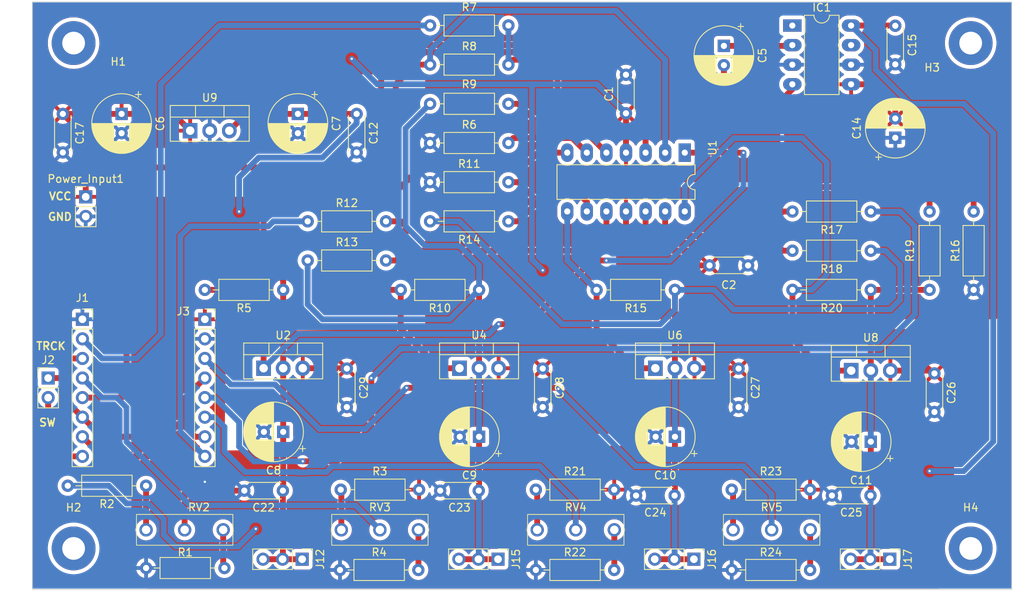
<source format=kicad_pcb>
(kicad_pcb (version 20241229) (generator "pcbnew") (generator_version "9.0")
  (layers (0 "F.Cu" signal) (2 "B.Cu" signal) (13 "F.Paste" user) (15 "B.Paste" user) (5 "F.SilkS" user "F.Silkscreen") (7 "B.SilkS" user "B.Silkscreen") (1 "F.Mask" user) (3 "B.Mask" user) (25 "Edge.Cuts" user))
  (net 0 "")
  (net 1 "GND")
  (net 2 "VCC")
  (net 3 "VEE")
  (net 4 "+5V")
  (net 5 "Net-(IC1-C-)")
  (net 6 "Net-(IC1-C+)")
  (net 7 "/reg 1/V_out1")
  (net 8 "/reg 2/V_out2")
  (net 9 "/reg 3/V_out3")
  (net 10 "/reg 4/V_out4")
  (net 17 "/SurfBoard/S1B")
  (net 18 "/SurfBoard/S2A")
  (net 19 "Net-(U2-ADJ)")
  (net 20 "V_Set_2")
  (net 21 "Net-(U4-ADJ)")
  (net 22 "V_Set_3")
  (net 23 "Net-(U6-ADJ)")
  (net 24 "V_Set_4")
  (net 25 "Net-(U8-ADJ)")
  (net 26 "/SurfBoard/S1A")
  (net 27 "/SurfBoard/SEL")
  (net 28 "/SurfBoard/S4A")
  (net 29 "/SurfBoard/S3A")
  (net 30 "V_Set_1")
  (net 31 "Net-(U1B--)")
  (net 32 "Net-(U1B-+)")
  (net 33 "Net-(U1C--)")
  (net 34 "Net-(U1C-+)")
  (net 35 "Net-(U1D--)")
  (net 36 "Net-(U1D-+)")
  (net 37 "Net-(R1-Pad1)")
  (net 38 "Net-(R2-Pad1)")
  (net 39 "Net-(R3-Pad1)")
  (net 40 "Net-(R4-Pad1)")
  (net 41 "Net-(R21-Pad1)")
  (net 42 "Net-(R22-Pad1)")
  (net 43 "Net-(R23-Pad1)")
  (net 44 "Net-(R24-Pad1)")
  (footprint "Capacitor_THT:CP_Radial_D7.5mm_P2.50mm" (layer "F.Cu") (at 175.26 118.11 180)
    (property "Reference" "C10")
    (property "Value" "100uF")
  )
  (footprint "Resistor_THT:R_Axial_DIN0207_L6.3mm_D2.5mm_P10.16mm_Horizontal" (layer "F.Cu") (at 106.68 124.46 180)
    (property "Reference" "R2")
    (property "Value" "R_US")
  )
  (footprint "Package_TO_SOT_THT:TO-220-3_Vertical" (layer "F.Cu") (at 172.72 109.22)
    (property "Reference" "U6")
    (property "Value" "LM317_TO-220")
  )
  (footprint "Connector_PinSocket_2.54mm:PinSocket_1x08_P2.54mm_Vertical" (layer "F.Cu") (at 114.3 102.87)
    (property "Reference" "J3")
    (property "Value" "Conn_01x08")
  )
  (footprint "Resistor_THT:R_Axial_DIN0207_L6.3mm_D2.5mm_P10.16mm_Horizontal" (layer "F.Cu") (at 143.51 85.09)
    (property "Reference" "R11")
    (property "Value" "100k")
  )
  (footprint "Capacitor_THT:CP_Radial_D7.5mm_P2.50mm" (layer "F.Cu") (at 126.365 76.24 -90)
    (property "Reference" "C7")
    (property "Value" "100uF")
  )
  (footprint "Capacitor_THT:C_Disc_D4.3mm_W1.9mm_P5.00mm" (layer "F.Cu") (at 149.82 125.095 180)
    (property "Reference" "C23")
    (property "Value" "100nF")
  )
  (footprint "Capacitor_THT:C_Disc_D4.3mm_W1.9mm_P5.00mm" (layer "F.Cu") (at 158.115 109.26 -90)
    (property "Reference" "C28")
    (property "Value" "100nF")
  )
  (footprint "Connector_PinHeader_2.54mm:PinHeader_1x03_P2.54mm_Vertical" (layer "F.Cu") (at 177.72 133.985 -90)
    (property "Reference" "J16")
    (property "Value" "V_Out3")
  )
  (footprint "battery_emulator:PDB181" (layer "F.Cu") (at 137 130.175)
    (property "Reference" "RV3")
    (property "Value" "10k")
  )
  (footprint "Capacitor_THT:C_Disc_D4.3mm_W1.9mm_P5.00mm" (layer "F.Cu") (at 200.62 125.73 180)
    (property "Reference" "C25")
    (property "Value" "100nF")
  )
  (footprint "MountingHole:MountingHole_4.3mm_M4_Pad" (layer "F.Cu") (at 97.282 132.588)
    (property "Reference" "H2")
    (property "Value" "MountingHole_Pad")
  )
  (footprint "MountingHole:MountingHole_4.3mm_M4_Pad" (layer "F.Cu") (at 213.614 67.056)
    (property "Reference" "H3")
    (property "Value" "MountingHole_Pad")
  )
  (footprint "Package_TO_SOT_THT:TO-220-3_Vertical" (layer "F.Cu") (at 112.395 78.415)
    (property "Reference" "U9")
    (property "Value" "L7805")
  )
  (footprint "Resistor_THT:R_Axial_DIN0207_L6.3mm_D2.5mm_P10.16mm_Horizontal" (layer "F.Cu") (at 141.986 135.382 180)
    (property "Reference" "R4")
    (property "Value" "R_US")
  )
  (footprint "Resistor_THT:R_Axial_DIN0207_L6.3mm_D2.5mm_P10.16mm_Horizontal" (layer "F.Cu") (at 149.86 99.06 180)
    (property "Reference" "R10")
    (property "Value" "120R")
  )
  (footprint "Resistor_THT:R_Axial_DIN0207_L6.3mm_D2.5mm_P10.16mm_Horizontal" (layer "F.Cu") (at 143.51 80.01)
    (property "Reference" "R6")
    (property "Value" "100k")
  )
  (footprint "Capacitor_THT:CP_Radial_D7.5mm_P2.50mm" (layer "F.Cu") (at 200.66 118.745 180)
    (property "Reference" "C11")
    (property "Value" "100uF")
  )
  (footprint "Capacitor_THT:C_Disc_D4.3mm_W1.9mm_P5.00mm" (layer "F.Cu") (at 175.22 125.73 180)
    (property "Reference" "C24")
    (property "Value" "100nF")
  )
  (footprint "Capacitor_THT:CP_Radial_D7.5mm_P2.50mm" (layer "F.Cu") (at 124.46 117.475 180)
    (property "Reference" "C8")
    (property "Value" "100uF")
  )
  (footprint "Capacitor_THT:C_Disc_D4.3mm_W1.9mm_P5.00mm" (layer "F.Cu") (at 95.885 76.24 -90)
    (property "Reference" "C17")
    (property "Value" "100nF")
  )
  (footprint "Capacitor_THT:C_Disc_D4.3mm_W1.9mm_P5.00mm" (layer "F.Cu") (at 203.835 64.81 -90)
    (property "Reference" "C15")
    (property "Value" "100nF")
  )
  (footprint "Resistor_THT:R_Axial_DIN0207_L6.3mm_D2.5mm_P10.16mm_Horizontal" (layer "F.Cu") (at 157.226 124.968)
    (property "Reference" "R21")
    (property "Value" "R_US")
  )
  (footprint "Capacitor_THT:CP_Radial_D7.5mm_P2.50mm" (layer "F.Cu") (at 103.505 76.24 -90)
    (property "Reference" "C6")
    (property "Value" "100uF")
  )
  (footprint "Capacitor_THT:C_Disc_D4.3mm_W1.9mm_P5.00mm" (layer "F.Cu") (at 208.915 109.895 -90)
    (property "Reference" "C26")
    (property "Value" "100nF")
  )
  (footprint "Capacitor_THT:CP_Radial_D7.5mm_P2.50mm" (layer "F.Cu") (at 203.835 79.335 90)
    (property "Reference" "C14")
    (property "Value" "100uF")
  )
  (footprint "Package_TO_SOT_THT:TO-220-3_Vertical" (layer "F.Cu") (at 198.12 109.53)
    (property "Reference" "U8")
    (property "Value" "LM317_TO-220")
  )
  (footprint "Capacitor_THT:CP_Radial_D7.5mm_P2.50mm" (layer "F.Cu") (at 149.86 118.11 180)
    (property "Reference" "C9")
    (property "Value" "100uF")
  )
  (footprint "battery_emulator:PDB181" (layer "F.Cu") (at 162.4 130.175)
    (property "Reference" "RV4")
    (property "Value" "10k")
  )
  (footprint "MountingHole:MountingHole_4.3mm_M4_Pad" (layer "F.Cu") (at 213.614 132.588)
    (property "Reference" "H4")
    (property "Value" "MountingHole_Pad")
  )
  (footprint "Capacitor_THT:C_Disc_D4.3mm_W1.9mm_P5.00mm" (layer "F.Cu") (at 183.515 109.26 -90)
    (property "Reference" "C27")
    (property "Value" "100nF")
  )
  (footprint "Resistor_THT:R_Axial_DIN0207_L6.3mm_D2.5mm_P10.16mm_Horizontal" (layer "F.Cu") (at 131.92 124.968)
    (property "Reference" "R3")
    (property "Value" "R_US")
  )
  (footprint "Connector_PinHeader_2.54mm:PinHeader_1x03_P2.54mm_Vertical" (layer "F.Cu") (at 152.32 133.985 -90)
    (property "Reference" "J15")
    (property "Value" "V_Out2")
  )
  (footprint "Resistor_THT:R_Axial_DIN0207_L6.3mm_D2.5mm_P10.16mm_Horizontal" (layer "F.Cu") (at 213.995 99.06 90)
    (property "Reference" "R16")
    (property "Value" "100k")
  )
  (footprint "Package_TO_SOT_THT:TO-220-3_Vertical" (layer "F.Cu") (at 147.32 109.22)
    (property "Reference" "U4")
    (property "Value" "LM317_TO-220")
  )
  (footprint "Connector_PinHeader_2.54mm:PinHeader_1x02_P2.54mm_Vertical" (layer "F.Cu") (at 98.853 86.995)
    (property "Reference" "Power_Input1")
    (property "Value" "Conn_01x02_Pin")
  )
  (footprint "battery_emulator:PDB181" (layer "F.Cu") (at 187.8 130.175)
    (property "Reference" "RV5")
    (property "Value" "10k")
  )
  (footprint "Resistor_THT:R_Axial_DIN0207_L6.3mm_D2.5mm_P10.16mm_Horizontal" (layer "F.Cu") (at 200.66 99.06 180)
    (property "Reference" "R20")
    (property "Value" "120R")
  )
  (footprint "Capacitor_THT:C_Disc_D4.3mm_W1.9mm_P5.00mm" (layer "F.Cu") (at 124.42 125.095 180)
    (property "Reference" "C22")
    (property "Value" "100nF")
  )
  (footprint "Connector_PinHeader_2.54mm:PinHeader_1x02_P2.54mm_Vertical" (layer "F.Cu") (at 93.98 110.49)
    (property "Reference" "J2")
    (property "Value" "Conn_01x02_Pin")
  )
  (footprint "Package_DIP:DIP-8_W7.62mm_LongPads" (layer "F.Cu") (at 190.485 64.78)
    (property "Reference" "IC1")
    (property "Value" "MAX660CPA")
  )
  (footprint "Connector_PinHeader_2.54mm:PinHeader_1x03_P2.54mm_Vertical" (layer "F.Cu") (at 203.12 133.985 -90)
    (property "Reference" "J17")
    (property "Value" "V_Out4")
  )
  (footprint "MountingHole:MountingHole_4.3mm_M4_Pad" (layer "F.Cu") (at 97.282 67.056)
    (property "Reference" "H1")
    (property "Value" "MountingHole_Pad")
  )
  (footprint "Capacitor_THT:C_Disc_D4.3mm_W1.9mm_P5.00mm" (layer "F.Cu") (at 179.745 95.885)
    (property "Reference" "C2")
    (property "Value" "100nF")
  )
  (footprint "Connector_PinSocket_2.54mm:PinSocket_1x08_P2.54mm_Vertical" (layer "F.Cu") (at 98.425 102.87)
    (property "Reference" "J1")
    (property "Value" "Conn_01x08")
  )
  (footprint "Capacitor_THT:C_Disc_D4.3mm_W1.9mm_P5.00mm" (layer "F.Cu") (at 168.91 76.16 90)
    (property "Reference" "C1")
    (property "Value" "100nF")
  )
  (footprint "Connector_PinHeader_2.54mm:PinHeader_1x03_P2.54mm_Vertical" (layer "F.Cu") (at 126.92 133.985 -90)
    (property "Reference" "J12")
    (property "Value" "V_Out1")
  )
  (footprint "Resistor_THT:R_Axial_DIN0207_L6.3mm_D2.5mm_P10.16mm_Horizontal" (layer "F.Cu") (at 153.67 74.93 180)
    (property "Reference" "R9")
    (property "Value" "100k")
  )
  (footprint "Capacitor_THT:C_Disc_D4.3mm_W1.9mm_P5.00mm" (layer "F.Cu") (at 133.985 76.24 -90)
    (property "Reference" "C12")
    (property "Value" "100nF")
  )
  (footprint "Resistor_THT:R_Axial_DIN0207_L6.3mm_D2.5mm_P10.16mm_Horizontal" (layer "F.Cu") (at 127.635 95.25)
    (property "Reference" "R13")
    (property "Value" "100k")
  )
  (footprint "Resistor_THT:R_Axial_DIN0207_L6.3mm_D2.5mm_P10.16mm_Horizontal" (layer "F.Cu") (at 175.26 99.06 180)
    (property "Reference" "R15")
    (property "Value" "120R")
  )
  (footprint "Resistor_THT:R_Axial_DIN0207_L6.3mm_D2.5mm_P10.16mm_Horizontal" (layer "F.Cu") (at 124.46 99.06 180)
    (property "Reference" "R5")
    (property "Value" "820R")
  )
  (footprint "Resistor_THT:R_Axial_DIN0207_L6.3mm_D2.5mm_P10.16mm_Horizontal" (layer "F.Cu") (at 153.67 90.17 180)
    (property "Reference" "R14")
    (property "Value" "100k")
  )
  (footprint "Resistor_THT:R_Axial_DIN0207_L6.3mm_D2.5mm_P10.16mm_Horizontal" (layer "F.Cu") (at 200.66 93.98 180)
    (property "Reference" "R18")
    (property "Value" "100k")
  )
  (footprint "Resistor_THT:R_Axial_DIN0207_L6.3mm_D2.5mm_P10.16mm_Horizontal" (layer "F.Cu") (at 127.635 90.17)
    (property "Reference" "R12")
    (property "Value" "100k")
  )
  (footprint "Resistor_THT:R_Axial_DIN0207_L6.3mm_D2.5mm_P10.16mm_Horizontal" (layer "F.Cu") (at 200.66 88.9 180)
    (property "Reference" "R17")
    (property "Value" "100k")
  )
  (footprint "Resistor_THT:R_Axial_DIN0207_L6.3mm_D2.5mm_P10.16mm_Horizontal" (layer "F.Cu") (at 182.626 124.968)
    (property "Reference" "R23")
    (property "Value" "R_US")
  )
  (footprint "Resistor_THT:R_Axial_DIN0207_L6.3mm_D2.5mm_P10.16mm_Horizontal" (layer "F.Cu") (at 143.51 69.85)
    (property "Reference" "R8")
    (property "Value" "100k")
  )
  (footprint "Resistor_THT:R_Axial_DIN0207_L6.3mm_D2.5mm_P10.16mm_Horizontal" (layer "F.Cu") (at 208.28 88.9 -90)
    (property "Reference" "R19")
    (property "Value" "100k")
  )
  (footprint "battery_emulator:PDB181" (layer "F.Cu") (at 111.68 130.175)
    (property "Reference" "RV2")
    (property "Value" "10k")
  )
  (footprint "Capacitor_THT:CP_Radial_D7.5mm_P2.50mm" (layer "F.Cu") (at 181.61 67.418606 -90)
    (property "Reference" "C5")
    (property "Value" "100uF")
  )
  (footprint "Capacitor_THT:C_Disc_D4.3mm_W1.9mm_P5.00mm" (layer "F.Cu") (at 132.715 109.26 -90)
    (property "Reference" "C29")
    (property "Value" "100nF")
  )
  (footprint "Resistor_THT:R_Axial_DIN0207_L6.3mm_D2.5mm_P10.16mm_Horizontal" (layer "F.Cu") (at 116.84 135.128 180)
    (property "Reference" "R1")
    (property "Value" "R_US")
  )
  (footprint "Package_TO_SOT_THT:TO-220-3_Vertical" (layer "F.Cu") (at 121.92 109.22)
    (property "Reference" "U2")
    (property "Value" "LM317_TO-220")
  )
  (footprint "Resistor_THT:R_Axial_DIN0207_L6.3mm_D2.5mm_P10.16mm_Horizontal" (layer "F.Cu") (at 143.51 64.77)
    (property "Reference" "R7")
    (property "Value" "100k")
  )
  (footprint "Resistor_THT:R_Axial_DIN0207_L6.3mm_D2.5mm_P10.16mm_Horizontal" (layer "F.Cu") (at 167.386 135.382 180)
    (property "Reference" "R22")
    (property "Value" "R_US")
  )
  (footprint "Package_DIP:DIP-14_W7.62mm_LongPads" (layer "F.Cu") (at 176.535 81.265 -90)
    (property "Reference" "U1")
    (property "Value" "LM324")
  )
  (footprint "Resistor_THT:R_Axial_DIN0207_L6.3mm_D2.5mm_P10.16mm_Horizontal" (layer "F.Cu") (at 192.786 135.382 180)
    (property "Reference" "R24")
    (property "Value" "R_US")
  )
  (gr_rect (start 91.9315 61.722) (end 218.9315 137.922) (stroke (width 0.1)) (fill no) (layer "Edge.Cuts"))
  (gr_text "SW" (at 92.71 116.84 0) (layer "F.SilkS") (effects (font (size 1 1) (thickness 0.2) (bold yes)) (justify left bottom)))
  (gr_text "GND" (at 93.853 90.17 0) (layer "F.SilkS") (effects (font (size 1 1) (thickness 0.2) (bold yes)) (justify left bottom)))
  (gr_text "VCC" (at 93.98 87.503 0) (layer "F.SilkS") (effects (font (size 1 1) (thickness 0.2) (bold yes)) (justify left bottom)))
  (gr_text "TRCK" (at 92.329 106.934 0) (layer "F.SilkS") (effects (font (size 1 1) (thickness 0.2) (bold yes)) (justify left bottom)))
  (segment (start 115.443 125.095) (end 114.3 123.952) (width 0.762) (layer "F.Cu") (net 1))
  (segment (start 119.42 125.095) (end 115.443 125.095) (width 0.762) (layer "F.Cu") (net 1))
  (via (at 114.3 123.952) (size 0.61) (drill 0.3) (layers "F.Cu" "B.Cu") (net 1))
  (segment (start 110.22 76.24) (end 112.395 78.415) (width 0.762) (layer "F.Cu") (net 2))
  (segment (start 158.075 109.22) (end 158.115 109.26) (width 0.762) (layer "F.Cu") (net 2))
  (segment (start 168.915 81.265) (end 168.915 76.165) (width 0.762) (layer "F.Cu") (net 2))
  (segment (start 98.853 79.208) (end 95.885 76.24) (width 0.762) (layer "F.Cu") (net 2))
  (segment (start 208.55 109.53) (end 208.915 109.895) (width 0.762) (layer "F.Cu") (net 2))
  (segment (start 95.885 76.24) (end 103.505 76.24) (width 0.762) (layer "F.Cu") (net 2))
  (segment (start 132.675 109.22) (end 132.715 109.26) (width 0.762) (layer "F.Cu") (net 2))
  (segment (start 177.8 109.22) (end 183.475 109.22) (width 0.762) (layer "F.Cu") (net 2))
  (segment (start 168.915 76.165) (end 168.91 76.16) (width 0.762) (layer "F.Cu") (net 2))
  (segment (start 98.853 86.995) (end 98.853 79.208) (width 0.762) (layer "F.Cu") (net 2))
  (segment (start 103.505 76.24) (end 110.22 76.24) (width 0.762) (layer "F.Cu") (net 2))
  (segment (start 203.2 109.53) (end 208.55 109.53) (width 0.762) (layer "F.Cu") (net 2))
  (segment (start 183.475 109.22) (end 183.515 109.26) (width 0.762) (layer "F.Cu") (net 2))
  (segment (start 127 109.22) (end 132.675 109.22) (width 0.762) (layer "F.Cu") (net 2))
  (via (at 158.115 96.52) (size 0.61) (drill 0.3) (layers "F.Cu" "B.Cu") (net 2))
  (via (at 133.35 69.088) (size 0.61) (drill 0.3) (layers "F.Cu" "B.Cu") (net 2))
  (segment (start 133.35 69.088) (end 136.652 72.39) (width 0.762) (layer "B.Cu") (net 2))
  (segment (start 156.718 72.39) (end 165.14 72.39) (width 0.762) (layer "B.Cu") (net 2))
  (segment (start 136.652 72.39) (end 156.718 72.39) (width 0.762) (layer "B.Cu") (net 2))
  (segment (start 165.14 72.39) (end 168.91 76.16) (width 0.762) (layer "B.Cu") (net 2))
  (segment (start 156.718 95.123) (end 158.115 96.52) (width 0.762) (layer "B.Cu") (net 2))
  (segment (start 156.718 72.39) (end 156.718 95.123) (width 0.762) (layer "B.Cu") (net 2))
  (segment (start 201.305 72.4) (end 203.835 74.93) (width 0.762) (layer "F.Cu") (net 3))
  (segment (start 168.915 93.35) (end 171.45 95.885) (width 0.762) (layer "F.Cu") (net 3))
  (segment (start 198.105 72.4) (end 201.305 72.4) (width 0.762) (layer "F.Cu") (net 3))
  (segment (start 168.915 88.885) (end 168.915 93.35) (width 0.762) (layer "F.Cu") (net 3))
  (segment (start 171.45 95.885) (end 179.745 95.885) (width 0.762) (layer "F.Cu") (net 3))
  (segment (start 203.835 74.93) (end 203.835 76.835) (width 0.762) (layer "F.Cu") (net 3))
  (segment (start 119.69 76.2) (end 121.92 76.2) (width 0.762) (layer "F.Cu") (net 4))
  (segment (start 198.105 64.78) (end 203.805 64.78) (width 0.762) (layer "F.Cu") (net 4))
  (segment (start 121.96 76.24) (end 126.365 76.24) (width 0.762) (layer "F.Cu") (net 4))
  (segment (start 117.475 78.415) (end 119.69 76.2) (width 0.762) (layer "F.Cu") (net 4))
  (segment (start 203.805 64.78) (end 203.835 64.81) (width 0.762) (layer "F.Cu") (net 4))
  (segment (start 121.92 76.2) (end 121.96 76.24) (width 0.762) (layer "F.Cu") (net 4))
  (segment (start 126.365 76.24) (end 133.985 76.24) (width 0.762) (layer "F.Cu") (net 4))
  (via (at 120.904 130.048) (size 0.61) (drill 0.3) (layers "F.Cu" "B.Cu") (net 4))
  (via (at 118.745 88.9) (size 0.61) (drill 0.3) (layers "F.Cu" "B.Cu") (net 4))
  (via (at 208.28 122.555) (size 0.61) (drill 0.3) (layers "F.Cu" "B.Cu") (net 4))
  (segment (start 201.295 70.485) (end 205.74 74.93) (width 0.762) (layer "B.Cu") (net 4))
  (segment (start 216.535 78.74) (end 216.535 118.745) (width 0.762) (layer "B.Cu") (net 4))
  (segment (start 201.295 67.97) (end 201.295 70.485) (width 0.762) (layer "B.Cu") (net 4))
  (segment (start 198.105 64.78) (end 201.295 67.97) (width 0.762) (layer "B.Cu") (net 4))
  (segment (start 110.49 132.334) (end 108.966 130.81) (width 0.762) (layer "B.Cu") (net 4))
  (segment (start 133.985 77.47) (end 129.54 81.915) (width 0.762) (layer "B.Cu") (net 4))
  (segment (start 212.725 74.93) (end 216.535 78.74) (width 0.762) (layer "B.Cu") (net 4))
  (segment (start 212.725 122.555) (end 208.28 122.555) (width 0.762) (layer "B.Cu") (net 4))
  (segment (start 108.966 130.81) (end 108.966 128.778) (width 0.762) (layer "B.Cu") (net 4))
  (segment (start 118.745 84.455) (end 118.745 88.9) (width 0.762) (layer "B.Cu") (net 4))
  (segment (start 101.854 124.46) (end 96.52 124.46) (width 0.762) (layer "B.Cu") (net 4))
  (segment (start 216.535 118.745) (end 212.725 122.555) (width 0.762) (layer "B.Cu") (net 4))
  (segment (start 120.904 130.048) (end 118.618 132.334) (width 0.762) (layer "B.Cu") (net 4))
  (segment (start 106.934 126.746) (end 104.14 126.746) (width 0.762) (layer "B.Cu") (net 4))
  (segment (start 133.985 76.24) (end 133.985 77.47) (width 0.762) (layer "B.Cu") (net 4))
  (segment (start 118.618 132.334) (end 110.49 132.334) (width 0.762) (layer "B.Cu") (net 4))
  (segment (start 104.14 126.746) (end 101.854 124.46) (width 0.762) (layer "B.Cu") (net 4))
  (segment (start 121.285 81.915) (end 118.745 84.455) (width 0.762) (layer "B.Cu") (net 4))
  (segment (start 129.54 81.915) (end 121.285 81.915) (width 0.762) (layer "B.Cu") (net 4))
  (segment (start 108.966 128.778) (end 106.934 126.746) (width 0.762) (layer "B.Cu") (net 4))
  (segment (start 205.74 74.93) (end 212.725 74.93) (width 0.762) (layer "B.Cu") (net 4))
  (segment (start 181.61 73.025) (end 184.15 75.565) (width 0.762) (layer "F.Cu") (net 5))
  (segment (start 181.61 69.918606) (end 181.61 73.025) (width 0.762) (layer "F.Cu") (net 5))
  (segment (start 184.15 75.565) (end 187.96 75.565) (width 0.762) (layer "F.Cu") (net 5))
  (segment (start 190.485 73.04) (end 190.485 72.4) (width 0.762) (layer "F.Cu") (net 5))
  (segment (start 187.96 75.565) (end 190.485 73.04) (width 0.762) (layer "F.Cu") (net 5))
  (segment (start 190.386394 67.418606) (end 190.485 67.32) (width 0.762) (layer "F.Cu") (net 6))
  (segment (start 181.61 67.418606) (end 190.386394 67.418606) (width 0.762) (layer "F.Cu") (net 6))
  (segment (start 141.605 69.85) (end 143.51 69.85) (width 0.762) (layer "F.Cu") (net 7))
  (segment (start 121.92 95.25) (end 121.92 87.63) (width 0.762) (layer "F.Cu") (net 7))
  (segment (start 124.46 99.06) (end 124.46 97.79) (width 0.762) (layer "F.Cu") (net 7))
  (segment (start 124.42 133.945) (end 124.38 133.985) (width 0.762) (layer "F.Cu") (net 7))
  (segment (start 124.46 109.22) (end 124.46 99.06) (width 0.762) (layer "F.Cu") (net 7))
  (segment (start 121.92 87.63) (end 124.46 85.09) (width 0.762) (layer "F.Cu") (net 7))
  (segment (start 139.065 83.185) (end 139.065 72.39) (width 0.762) (layer "F.Cu") (net 7))
  (segment (start 126.92 133.985) (end 124.38 133.985) (width 0.762) (layer "F.Cu") (net 7))
  (segment (start 139.065 72.39) (end 141.605 69.85) (width 0.762) (layer "F.Cu") (net 7))
  (segment (start 124.46 125.055) (end 124.42 125.095) (width 0.762) (layer "F.Cu") (net 7))
  (segment (start 124.46 109.22) (end 124.46 117.475) (width 0.762) (layer "F.Cu") (net 7))
  (segment (start 121.84 133.985) (end 124.38 133.985) (width 0.762) (layer "F.Cu") (net 7))
  (segment (start 124.46 117.475) (end 124.46 125.055) (width 0.762) (layer "F.Cu") (net 7))
  (segment (start 124.46 85.09) (end 137.16 85.09) (width 0.762) (layer "F.Cu") (net 7))
  (segment (start 124.42 125.095) (end 124.42 133.945) (width 0.762) (layer "F.Cu") (net 7))
  (segment (start 124.46 97.79) (end 121.92 95.25) (width 0.762) (layer "F.Cu") (net 7))
  (segment (start 124.46 133.905) (end 124.38 133.985) (width 0.762) (layer "F.Cu") (net 7))
  (segment (start 137.16 85.09) (end 139.065 83.185) (width 0.762) (layer "F.Cu") (net 7))
  (segment (start 173.995 69.22) (end 173.995 81.265) (width 0.762) (layer "B.Cu") (net 7))
  (segment (start 167.64 62.865) (end 173.995 69.22) (width 0.762) (layer "B.Cu") (net 7))
  (segment (start 143.51 67.945) (end 148.59 62.865) (width 0.762) (layer "B.Cu") (net 7))
  (segment (start 148.59 62.865) (end 167.64 62.865) (width 0.762) (layer "B.Cu") (net 7))
  (segment (start 143.51 69.85) (end 143.51 67.945) (width 0.762) (layer "B.Cu") (net 7))
  (segment (start 149.82 133.945) (end 149.78 133.985) (width 0.762) (layer "F.Cu") (net 8))
  (segment (start 149.86 133.905) (end 149.78 133.985) (width 0.762) (layer "F.Cu") (net 8))
  (segment (start 147.24 133.985) (end 149.78 133.985) (width 0.762) (layer "F.Cu") (net 8))
  (segment (start 149.86 99.06) (end 149.86 109.22) (width 0.762) (layer "F.Cu") (net 8))
  (segment (start 149.78 133.985) (end 152.32 133.985) (width 0.762) (layer "F.Cu") (net 8))
  (segment (start 149.86 125.055) (end 149.82 125.095) (width 0.762) (layer "F.Cu") (net 8))
  (segment (start 149.86 118.11) (end 149.86 125.055) (width 0.762) (layer "F.Cu") (net 8))
  (segment (start 146.05 102.87) (end 149.86 99.06) (width 0.762) (layer "B.Cu") (net 8))
  (segment (start 129.54 102.87) (end 146.05 102.87) (width 0.762) (layer "B.Cu") (net 8))
  (segment (start 149.86 118.11) (end 149.86 109.22) (width 0.762) (layer "B.Cu") (net 8))
  (segment (start 142.875 93.345) (end 147.32 93.345) (width 0.762) (layer "B.Cu") (net 8))
  (segment (start 149.82 125.095) (end 149.82 133.945) (width 0.762) (layer "B.Cu") (net 8))
  (segment (start 149.82 133.945) (end 149.78 133.985) (width 0.762) (layer "B.Cu") (net 8))
  (segment (start 147.32 93.345) (end 149.86 95.885) (width 0.762) (layer "B.Cu") (net 8))
  (segment (start 127.635 95.25) (end 127.635 100.965) (width 0.762) (layer "B.Cu") (net 8))
  (segment (start 149.86 95.885) (end 149.86 99.06) (width 0.762) (layer "B.Cu") (net 8))
  (segment (start 140.335 90.805) (end 142.875 93.345) (width 0.762) (layer "B.Cu") (net 8))
  (segment (start 143.51 74.93) (end 140.335 78.105) (width 0.762) (layer "B.Cu") (net 8))
  (segment (start 140.335 78.105) (end 140.335 90.805) (width 0.762) (layer "B.Cu") (net 8))
  (segment (start 127.635 100.965) (end 129.54 102.87) (width 0.762) (layer "B.Cu") (net 8))
  (segment (start 175.26 133.905) (end 175.18 133.985) (width 0.762) (layer "F.Cu") (net 9))
  (segment (start 175.26 99.06) (end 175.26 109.22) (width 0.762) (layer "F.Cu") (net 9))
  (segment (start 175.18 133.985) (end 172.64 133.985) (width 0.762) (layer "F.Cu") (net 9))
  (segment (start 175.26 118.11) (end 175.26 125.69) (width 0.762) (layer "F.Cu") (net 9))
  (segment (start 175.18 133.985) (end 177.72 133.985) (width 0.762) (layer "F.Cu") (net 9))
  (segment (start 175.26 125.69) (end 175.22 125.73) (width 0.762) (layer "F.Cu") (net 9))
  (segment (start 175.22 133.945) (end 175.18 133.985) (width 0.762) (layer "F.Cu") (net 9))
  (segment (start 160.655 103.505) (end 173.355 103.505) (width 0.762) (layer "B.Cu") (net 9))
  (segment (start 180.34 99.06) (end 175.26 99.06) (width 0.762) (layer "B.Cu") (net 9))
  (segment (start 202.565 93.98) (end 204.47 95.885) (width 0.762) (layer "B.Cu") (net 9))
  (segment (start 175.22 125.73) (end 175.22 133.945) (width 0.762) (layer "B.Cu") (net 9))
  (segment (start 204.47 100.33) (end 203.2 101.6) (width 0.762) (layer "B.Cu") (net 9))
  (segment (start 147.32 90.17) (end 160.655 103.505) (width 0.762) (layer "B.Cu") (net 9))
  (segment (start 175.22 133.945) (end 175.18 133.985) (width 0.762) (layer "B.Cu") (net 9))
  (segment (start 143.51 90.17) (end 147.32 90.17) (width 0.762) (layer "B.Cu") (net 9))
  (segment (start 203.2 101.6) (end 182.88 101.6) (width 0.762) (layer "B.Cu") (net 9))
  (segment (start 182.88 101.6) (end 180.34 99.06) (width 0.762) (layer "B.Cu") (net 9))
  (segment (start 173.355 103.505) (end 175.26 101.6) (width 0.762) (layer "B.Cu") (net 9))
  (segment (start 200.66 93.98) (end 202.565 93.98) (width 0.762) (layer "B.Cu") (net 9))
  (segment (start 175.26 109.22) (end 175.26 118.11) (width 0.762) (layer "B.Cu") (net 9))
  (segment (start 175.26 101.6) (end 175.26 99.06) (width 0.762) (layer "B.Cu") (net 9))
  (segment (start 204.47 95.885) (end 204.47 100.33) (width 0.762) (layer "B.Cu") (net 9))
  (segment (start 200.66 99.06) (end 200.66 109.53) (width 0.762) (layer "F.Cu") (net 10))
  (segment (start 208.28 99.06) (end 200.66 99.06) (width 0.762) (layer "F.Cu") (net 10))
  (segment (start 200.62 133.945) (end 200.58 133.985) (width 0.762) (layer "F.Cu") (net 10))
  (segment (start 203.12 133.985) (end 200.58 133.985) (width 0.762) (layer "F.Cu") (net 10))
  (segment (start 200.66 118.745) (end 200.66 125.69) (width 0.762) (layer "F.Cu") (net 10))
  (segment (start 200.66 125.69) (end 200.62 125.73) (width 0.762) (layer "F.Cu") (net 10))
  (segment (start 198.04 133.985) (end 200.58 133.985) (width 0.762) (layer "F.Cu") (net 10))
  (segment (start 200.66 133.905) (end 200.58 133.985) (width 0.762) (layer "F.Cu") (net 10))
  (segment (start 200.62 125.73) (end 200.62 133.945) (width 0.762) (layer "B.Cu") (net 10))
  (segment (start 200.62 133.945) (end 200.58 133.985) (width 0.762) (layer "B.Cu") (net 10))
  (segment (start 200.66 109.53) (end 200.66 118.745) (width 0.762) (layer "B.Cu") (net 10))
  (segment (start 95.885 108.585) (end 96.52 107.95) (width 0.762) (layer "F.Cu") (net 17))
  (segment (start 113.03 118.11) (end 114.3 118.11) (width 0.762) (layer "F.Cu") (net 17))
  (segment (start 111.76 116.84) (end 113.03 118.11) (width 0.762) (layer "F.Cu") (net 17))
  (segment (start 95.885 113.03) (end 95.885 110.49) (width 0.762) (layer "F.Cu") (net 17))
  (segment (start 95.885 110.49) (end 95.885 108.585) (width 0.762) (layer "F.Cu") (net 17))
  (segment (start 93.98 110.49) (end 95.885 110.49) (width 0.762) (layer "F.Cu") (net 17))
  (segment (start 109.22 118.11) (end 100.965 118.11) (width 0.762) (layer "F.Cu") (net 17))
  (segment (start 100.965 118.11) (end 98.425 115.57) (width 0.762) (layer "F.Cu") (net 17))
  (segment (start 111.76 113.03) (end 111.76 116.84) (width 0.762) (layer "F.Cu") (net 17))
  (segment (start 98.425 115.57) (end 95.885 113.03) (width 0.762) (layer "F.Cu") (net 17))
  (segment (start 114.3 110.49) (end 111.76 113.03) (width 0.762) (layer "F.Cu") (net 17))
  (segment (start 111.76 115.57) (end 109.22 118.11) (width 0.762) (layer "F.Cu") (net 17))
  (segment (start 96.52 107.95) (end 98.425 107.95) (width 0.762) (layer "F.Cu") (net 17))
  (segment (start 137 130.175) (end 133.825 127) (width 0.762) (layer "B.Cu") (net 18))
  (segment (start 102.87 113.03) (end 100.965 113.03) (width 0.762) (layer "B.Cu") (net 18))
  (segment (start 133.825 127) (end 112.395 127) (width 0.762) (layer "B.Cu") (net 18))
  (segment (start 112.395 127) (end 104.14 118.745) (width 0.762) (layer "B.Cu") (net 18))
  (segment (start 104.14 114.3) (end 102.87 113.03) (width 0.762) (layer "B.Cu") (net 18))
  (segment (start 100.965 113.03) (end 98.425 110.49) (width 0.762) (layer "B.Cu") (net 18))
  (segment (start 104.14 118.745) (end 104.14 114.3) (width 0.762) (layer "B.Cu") (net 18))
  (segment (start 184.15 81.28) (end 181.61 81.28) (width 0.762) (layer "F.Cu") (net 19))
  (segment (start 121.92 101.6) (end 119.38 99.06) (width 0.762) (layer "F.Cu") (net 19))
  (segment (start 181.595 81.265) (end 176.535 81.265) (width 0.762) (layer "F.Cu") (net 19))
  (segment (start 121.92 109.22) (end 121.92 101.6) (width 0.762) (layer "F.Cu") (net 19))
  (segment (start 156.21 103.505) (end 152.4 103.505) (width 0.762) (layer "F.Cu") (net 19))
  (segment (start 166.37 95.25) (end 164.465 95.25) (width 0.762) (layer "F.Cu") (net 19))
  (segment (start 164.465 95.25) (end 156.21 103.505) (width 0.762) (layer "F.Cu") (net 19))
  (segment (start 119.38 99.06) (end 114.3 99.06) (width 0.762) (layer "F.Cu") (net 19))
  (segment (start 181.61 81.28) (end 181.595 81.265) (width 0.762) (layer "F.Cu") (net 19))
  (via (at 152.4 103.505) (size 0.61) (drill 0.3) (layers "F.Cu" "B.Cu") (net 19))
  (via (at 184.15 81.28) (size 0.61) (drill 0.3) (layers "F.Cu" "B.Cu") (net 19))
  (via (at 166.37 95.25) (size 0.61) (drill 0.3) (layers "F.Cu" "B.Cu") (net 19))
  (segment (start 126.365 104.775) (end 121.92 109.22) (width 0.762) (layer "B.Cu") (net 19))
  (segment (start 184.15 81.28) (end 184.15 85.725) (width 0.762) (layer "B.Cu") (net 19))
  (segment (start 152.4 103.505) (end 151.13 104.775) (width 0.762) (layer "B.Cu") (net 19))
  (segment (start 174.625 95.25) (end 166.37 95.25) (width 0.762) (layer "B.Cu") (net 19))
  (segment (start 151.13 104.775) (end 126.365 104.775) (width 0.762) (layer "B.Cu") (net 19))
  (segment (start 184.15 85.725) (end 174.625 95.25) (width 0.762) (layer "B.Cu") (net 19))
  (segment (start 116.205 64.77) (end 143.51 64.77) (width 0.762) (layer "B.Cu") (net 20))
  (segment (start 98.425 105.41) (end 100.965 107.95) (width 0.762) (layer "B.Cu") (net 20))
  (segment (start 108.585 72.39) (end 116.205 64.77) (width 0.762) (layer "B.Cu") (net 20))
  (segment (start 100.965 107.95) (end 105.41 107.95) (width 0.762) (layer "B.Cu") (net 20))
  (segment (start 105.41 107.95) (end 108.585 104.775) (width 0.762) (layer "B.Cu") (net 20))
  (segment (start 108.585 104.775) (end 108.585 72.39) (width 0.762) (layer "B.Cu") (net 20))
  (segment (start 138.43 86.995) (end 136.525 86.995) (width 0.762) (layer "F.Cu") (net 21))
  (segment (start 157.495 81.265) (end 156.21 82.55) (width 0.762) (layer "F.Cu") (net 21))
  (segment (start 135.255 97.155) (end 137.16 99.06) (width 0.762) (layer "F.Cu") (net 21))
  (segment (start 156.21 82.55) (end 142.875 82.55) (width 0.762) (layer "F.Cu") (net 21))
  (segment (start 137.16 99.06) (end 139.7 99.06) (width 0.762) (layer "F.Cu") (net 21))
  (segment (start 135.255 88.265) (end 135.255 97.155) (width 0.762) (layer "F.Cu") (net 21))
  (segment (start 139.7 104.14) (end 139.7 99.06) (width 0.762) (layer "F.Cu") (net 21))
  (segment (start 161.295 81.265) (end 157.495 81.265) (width 0.762) (layer "F.Cu") (net 21))
  (segment (start 142.875 82.55) (end 138.43 86.995) (width 0.762) (layer "F.Cu") (net 21))
  (segment (start 144.78 109.22) (end 139.7 104.14) (width 0.762) (layer "F.Cu") (net 21))
  (segment (start 136.525 86.995) (end 135.255 88.265) (width 0.762) (layer "F.Cu") (net 21))
  (segment (start 147.32 109.22) (end 144.78 109.22) (width 0.762) (layer "F.Cu") (net 21))
  (segment (start 111.125 92.075) (end 112.395 90.805) (width 0.762) (layer "B.Cu") (net 22))
  (segment (start 111.125 117.475) (end 111.125 92.075) (width 0.762) (layer "B.Cu") (net 22))
  (segment (start 112.395 90.805) (end 122.555 90.805) (width 0.762) (layer "B.Cu") (net 22))
  (segment (start 122.555 90.805) (end 123.19 90.17) (width 0.762) (layer "B.Cu") (net 22))
  (segment (start 123.19 90.17) (end 127.635 90.17) (width 0.762) (layer "B.Cu") (net 22))
  (segment (start 114.3 120.65) (end 111.125 117.475) (width 0.762) (layer "B.Cu") (net 22))
  (segment (start 170.18 109.22) (end 165.1 104.14) (width 0.762) (layer "F.Cu") (net 23))
  (segment (start 172.72 109.22) (end 170.18 109.22) (width 0.762) (layer "F.Cu") (net 23))
  (segment (start 165.1 104.14) (end 165.1 99.06) (width 0.762) (layer "F.Cu") (net 23))
  (segment (start 161.295 95.245) (end 161.295 88.885) (width 0.762) (layer "B.Cu") (net 23))
  (segment (start 161.29 95.25) (end 161.295 95.245) (width 0.762) (layer "B.Cu") (net 23))
  (segment (start 165.1 99.06) (end 161.29 95.25) (width 0.762) (layer "B.Cu") (net 23))
  (segment (start 135.89 110.49) (end 135.89 116.84) (width 0.762) (layer "F.Cu") (net 24))
  (segment (start 135.89 116.84) (end 131.445 121.285) (width 0.762) (layer "F.Cu") (net 24))
  (segment (start 131.445 121.285) (end 127 121.285) (width 0.762) (layer "F.Cu") (net 24))
  (via (at 127 121.285) (size 0.61) (drill 0.3) (layers "F.Cu" "B.Cu") (net 24))
  (via (at 135.89 110.49) (size 0.61) (drill 0.3) (layers "F.Cu" "B.Cu") (net 24))
  (segment (start 115.57 113.03) (end 114.3 113.03) (width 0.762) (layer "B.Cu") (net 24))
  (segment (start 127 121.285) (end 120.65 121.285) (width 0.762) (layer "B.Cu") (net 24))
  (segment (start 206.375 90.805) (end 204.47 88.9) (width 0.762) (layer "B.Cu") (net 24))
  (segment (start 120.65 121.285) (end 118.745 119.38) (width 0.762) (layer "B.Cu") (net 24))
  (segment (start 118.745 116.205) (end 115.57 113.03) (width 0.762) (layer "B.Cu") (net 24))
  (segment (start 206.375 102.235) (end 206.375 90.805) (width 0.762) (layer "B.Cu") (net 24))
  (segment (start 201.93 106.68) (end 206.375 102.235) (width 0.762) (layer "B.Cu") (net 24))
  (segment (start 135.89 110.49) (end 139.7 106.68) (width 0.762) (layer "B.Cu") (net 24))
  (segment (start 204.47 88.9) (end 200.66 88.9) (width 0.762) (layer "B.Cu") (net 24))
  (segment (start 118.745 119.38) (end 118.745 116.205) (width 0.762) (layer "B.Cu") (net 24))
  (segment (start 139.7 106.68) (end 201.93 106.68) (width 0.762) (layer "B.Cu") (net 24))
  (segment (start 190.5 105.41) (end 190.5 99.06) (width 0.762) (layer "F.Cu") (net 25))
  (segment (start 198.12 109.53) (end 194.62 109.53) (width 0.762) (layer "F.Cu") (net 25))
  (segment (start 194.62 109.53) (end 190.5 105.41) (width 0.762) (layer "F.Cu") (net 25))
  (segment (start 182.88 79.375) (end 191.77 79.375) (width 0.762) (layer "B.Cu") (net 25))
  (segment (start 194.945 97.155) (end 193.04 99.06) (width 0.762) (layer "B.Cu") (net 25))
  (segment (start 194.945 82.55) (end 194.945 97.155) (width 0.762) (layer "B.Cu") (net 25))
  (segment (start 176.535 88.885) (end 176.535 85.72) (width 0.762) (layer "B.Cu") (net 25))
  (segment (start 193.04 99.06) (end 190.5 99.06) (width 0.762) (layer "B.Cu") (net 25))
  (segment (start 191.77 79.375) (end 194.945 82.55) (width 0.762) (layer "B.Cu") (net 25))
  (segment (start 176.535 85.72) (end 182.88 79.375) (width 0.762) (layer "B.Cu") (net 25))
  (segment (start 111.68 124.126) (end 111.68 130.175) (width 0.762) (layer "F.Cu") (net 26))
  (segment (start 108.204 120.65) (end 111.68 124.126) (width 0.762) (layer "F.Cu") (net 26))
  (segment (start 98.425 118.11) (end 100.965 120.65) (width 0.762) (layer "F.Cu") (net 26))
  (segment (start 100.965 120.65) (end 108.204 120.65) (width 0.762) (layer "F.Cu") (net 26))
  (segment (start 95.25 120.65) (end 98.425 120.65) (width 0.762) (layer "F.Cu") (net 27))
  (segment (start 93.98 113.03) (end 93.98 119.38) (width 0.762) (layer "F.Cu") (net 27))
  (segment (start 93.98 119.38) (end 95.25 120.65) (width 0.762) (layer "F.Cu") (net 27))
  (segment (start 160.147 111.887) (end 160.02 111.76) (width 0.762) (layer "F.Cu") (net 28))
  (segment (start 160.02 111.76) (end 140.462 111.76) (width 0.762) (layer "F.Cu") (net 28))
  (via (at 140.462 111.76) (size 0.61) (drill 0.3) (layers "F.Cu" "B.Cu") (net 28))
  (via (at 160.147 111.887) (size 0.61) (drill 0.3) (layers "F.Cu" "B.Cu") (net 28))
  (segment (start 160.147 111.887) (end 160.02 111.76) (width 0.762) (layer "B.Cu") (net 28))
  (segment (start 170.18 121.92) (end 160.147 111.887) (width 0.762) (layer "B.Cu") (net 28))
  (segment (start 184.15 121.92) (end 170.18 121.92) (width 0.762) (layer "B.Cu") (net 28))
  (segment (start 187.8 125.57) (end 184.15 121.92) (width 0.762) (layer "B.Cu") (net 28))
  (segment (start 140.462 111.76) (end 135.128 117.094) (width 0.762) (layer "B.Cu") (net 28))
  (segment (start 135.128 117.094) (end 129.159 117.094) (width 0.762) (layer "B.Cu") (net 28))
  (segment (start 123.405 111.34) (end 117.69 111.34) (width 0.762) (layer "B.Cu") (net 28))
  (segment (start 129.159 117.094) (end 123.405 111.34) (width 0.762) (layer "B.Cu") (net 28))
  (segment (start 187.8 130.175) (end 187.8 125.57) (width 0.762) (layer "B.Cu") (net 28))
  (segment (start 117.69 111.34) (end 114.3 107.95) (width 0.762) (layer "B.Cu") (net 28))
  (segment (start 130.048 122.682) (end 127.655024 122.682) (width 0.762) (layer "B.Cu") (net 29))
  (segment (start 119.507 122.682) (end 116.84 120.015) (width 0.762) (layer "B.Cu") (net 29))
  (segment (start 162.4 126.586) (end 157.734 121.92) (width 0.762) (layer "B.Cu") (net 29))
  (segment (start 157.734 121.92) (end 130.81 121.92) (width 0.762) (layer "B.Cu") (net 29))
  (segment (start 130.81 121.92) (end 130.048 122.682) (width 0.762) (layer "B.Cu") (net 29))
  (segment (start 116.84 120.015) (end 116.84 116.84) (width 0.762) (layer "B.Cu") (net 29))
  (segment (start 115.57 115.57) (end 114.3 115.57) (width 0.762) (layer "B.Cu") (net 29))
  (segment (start 127.655024 122.682) (end 127.601024 122.736) (width 0.762) (layer "B.Cu") (net 29))
  (segment (start 126.398976 122.736) (end 126.344976 122.682) (width 0.762) (layer "B.Cu") (net 29))
  (segment (start 126.344976 122.682) (end 119.507 122.682) (width 0.762) (layer "B.Cu") (net 29))
  (segment (start 162.4 130.175) (end 162.4 126.586) (width 0.762) (layer "B.Cu") (net 29))
  (segment (start 116.84 116.84) (end 115.57 115.57) (width 0.762) (layer "B.Cu") (net 29))
  (segment (start 127.601024 122.736) (end 126.398976 122.736) (width 0.762) (layer "B.Cu") (net 29))
  (segment (start 137.16 81.28) (end 135.255 83.185) (width 0.762) (layer "F.Cu") (net 30))
  (segment (start 140.97 67.31) (end 137.16 71.12) (width 0.762) (layer "F.Cu") (net 30))
  (segment (start 135.255 83.185) (end 106.045 83.185) (width 0.762) (layer "F.Cu") (net 30))
  (segment (start 171.455 69.85) (end 168.915 67.31) (width 0.762) (layer "F.Cu") (net 30))
  (segment (start 137.16 71.12) (end 137.16 81.28) (width 0.762) (layer "F.Cu") (net 30))
  (segment (start 104.14 85.09) (end 104.14 112.395) (width 0.762) (layer "F.Cu") (net 30))
  (segment (start 103.505 113.03) (end 98.425 113.03) (width 0.762) (layer "F.Cu") (net 30))
  (segment (start 106.045 83.185) (end 104.14 85.09) (width 0.762) (layer "F.Cu") (net 30))
  (segment (start 104.14 112.395) (end 103.505 113.03) (width 0.762) (layer "F.Cu") (net 30))
  (segment (start 171.455 81.265) (end 171.455 69.85) (width 0.762) (layer "F.Cu") (net 30))
  (segment (start 168.915 67.31) (end 140.97 67.31) (width 0.762) (layer "F.Cu") (net 30))
  (segment (start 154.94 74.93) (end 156.845 76.835) (width 0.762) (layer "F.Cu") (net 31))
  (segment (start 163.835 81.265) (end 161.935 79.365) (width 0.762) (layer "F.Cu") (net 31))
  (segment (start 154.315 79.365) (end 153.67 80.01) (width 0.762) (layer "F.Cu") (net 31))
  (segment (start 156.845 79.365) (end 154.315 79.365) (width 0.762) (layer "F.Cu") (net 31))
  (segment (start 153.67 74.93) (end 154.94 74.93) (width 0.762) (layer "F.Cu") (net 31))
  (segment (start 161.935 79.365) (end 156.845 79.365) (width 0.762) (layer "F.Cu") (net 31))
  (segment (start 156.845 76.835) (end 156.845 79.365) (width 0.762) (layer "F.Cu") (net 31))
  (segment (start 153.67 69.85) (end 154.305 69.215) (width 0.762) (layer "F.Cu") (net 32))
  (segment (start 154.305 69.215) (end 159.385 69.215) (width 0.762) (layer "F.Cu") (net 32))
  (segment (start 160.02 74.93) (end 161.29 76.2) (width 0.762) (layer "F.Cu") (net 32))
  (segment (start 160.02 69.85) (end 160.02 74.93) (width 0.762) (layer "F.Cu") (net 32))
  (segment (start 159.385 69.215) (end 160.02 69.85) (width 0.762) (layer "F.Cu") (net 32))
  (segment (start 161.29 76.2) (end 161.31 76.2) (width 0.762) (layer "F.Cu") (net 32))
  (segment (start 161.31 76.2) (end 166.375 81.265) (width 0.762) (layer "F.Cu") (net 32))
  (segment (start 153.67 69.85) (end 153.67 64.77) (width 0.762) (layer "B.Cu") (net 32))
  (segment (start 153.67 85.09) (end 154.94 85.09) (width 0.762) (layer "F.Cu") (net 33))
  (segment (start 159.385 85.725) (end 161.925 85.725) (width 0.762) (layer "F.Cu") (net 33))
  (segment (start 156.845 88.265) (end 154.94 90.17) (width 0.762) (layer "F.Cu") (net 33))
  (segment (start 154.94 85.09) (end 156.845 86.995) (width 0.762) (layer "F.Cu") (net 33))
  (segment (start 161.925 85.725) (end 163.835 87.635) (width 0.762) (layer "F.Cu") (net 33))
  (segment (start 163.835 87.635) (end 163.835 88.885) (width 0.762) (layer "F.Cu") (net 33))
  (segment (start 154.94 90.17) (end 153.67 90.17) (width 0.762) (layer "F.Cu") (net 33))
  (segment (start 156.845 86.995) (end 156.845 88.265) (width 0.762) (layer "F.Cu") (net 33))
  (segment (start 156.845 88.265) (end 159.385 85.725) (width 0.762) (layer "F.Cu") (net 33))
  (segment (start 139.065 95.25) (end 137.795 95.25) (width 0.762) (layer "F.Cu") (net 34))
  (segment (start 140.335 93.98) (end 163.195 93.98) (width 0.762) (layer "F.Cu") (net 34))
  (segment (start 163.195 93.98) (end 166.375 90.8) (width 0.762) (layer "F.Cu") (net 34))
  (segment (start 140.335 93.98) (end 139.065 95.25) (width 0.762) (layer "F.Cu") (net 34))
  (segment (start 140.335 90.805) (end 139.7 90.17) (width 0.762) (layer "F.Cu") (net 34))
  (segment (start 139.7 90.17) (end 137.795 90.17) (width 0.762) (layer "F.Cu") (net 34))
  (segment (start 140.335 93.98) (end 140.335 90.805) (width 0.762) (layer "F.Cu") (net 34))
  (segment (start 166.375 90.8) (end 166.375 88.885) (width 0.762) (layer "F.Cu") (net 34))
  (segment (start 213.995 86.995) (end 212.725 85.725) (width 0.762) (layer "F.Cu") (net 35))
  (segment (start 212.725 85.725) (end 209.55 85.725) (width 0.762) (layer "F.Cu") (net 35))
  (segment (start 182.88 92.075) (end 189.23 85.725) (width 0.762) (layer "F.Cu") (net 35))
  (segment (start 173.995 88.885) (end 173.995 91.435) (width 0.762) (layer "F.Cu") (net 35))
  (segment (start 209.55 85.725) (end 208.28 86.995) (width 0.762) (layer "F.Cu") (net 35))
  (segment (start 213.995 88.9) (end 213.995 86.995) (width 0.762) (layer "F.Cu") (net 35))
  (segment (start 208.28 86.995) (end 208.28 88.9) (width 0.762) (layer "F.Cu") (net 35))
  (segment (start 189.23 85.725) (end 209.55 85.725) (width 0.762) (layer "F.Cu") (net 35))
  (segment (start 173.995 91.435) (end 174.635 92.075) (width 0.762) (layer "F.Cu") (net 35))
  (segment (start 174.635 92.075) (end 182.88 92.075) (width 0.762) (layer "F.Cu") (net 35))
  (segment (start 171.455 92.08) (end 171.455 88.885) (width 0.762) (layer "F.Cu") (net 36))
  (segment (start 173.355 93.98) (end 171.455 92.08) (width 0.762) (layer "F.Cu") (net 36))
  (segment (start 189.23 93.98) (end 190.5 93.98) (width 0.762) (layer "F.Cu") (net 36))
  (segment (start 187.96 92.075) (end 186.055 93.98) (width 0.762) (layer "F.Cu") (net 36))
  (segment (start 187.96 92.71) (end 189.23 93.98) (width 0.762) (layer "F.Cu") (net 36))
  (segment (start 190.5 88.9) (end 189.23 88.9) (width 0.762) (layer "F.Cu") (net 36))
  (segment (start 189.23 88.9) (end 187.96 90.17) (width 0.762) (layer "F.Cu") (net 36))
  (segment (start 187.96 90.17) (end 187.96 92.71) (width 0.762) (layer "F.Cu") (net 36))
  (segment (start 186.055 93.98) (end 173.355 93.98) (width 0.762) (layer "F.Cu") (net 36))
  (segment (start 116.68 130.175) (end 116.68 134.968) (width 0.762) (layer "F.Cu") (net 37))
  (segment (start 116.68 134.968) (end 116.84 135.128) (width 0.762) (layer "F.Cu") (net 37))
  (segment (start 106.68 130.175) (end 106.68 124.46) (width 0.762) (layer "F.Cu") (net 38))
  (segment (start 132 125.048) (end 131.92 124.968) (width 0.762) (layer "F.Cu") (net 39))
  (segment (start 132 130.175) (end 132 125.048) (width 0.762) (layer "F.Cu") (net 39))
  (segment (start 142 130.175) (end 142 135.368) (width 0.762) (layer "F.Cu") (net 40))
  (segment (start 142 135.368) (end 141.986 135.382) (width 0.762) (layer "F.Cu") (net 40))
  (segment (start 157.4 125.142) (end 157.226 124.968) (width 0.762) (layer "F.Cu") (net 41))
  (segment (start 157.4 130.175) (end 157.4 125.142) (width 0.762) (layer "F.Cu") (net 41))
  (segment (start 167.4 130.175) (end 167.4 135.368) (width 0.762) (layer "F.Cu") (net 42))
  (segment (start 167.4 135.368) (end 167.386 135.382) (width 0.762) (layer "F.Cu") (net 42))
  (segment (start 182.8 125.142) (end 182.626 124.968) (width 0.762) (layer "F.Cu") (net 43))
  (segment (start 182.8 130.175) (end 182.8 125.142) (width 0.762) (layer "F.Cu") (net 43))
  (segment (start 192.8 130.175) (end 192.8 135.368) (width 0.762) (layer "F.Cu") (net 44))
  (segment (start 192.8 135.368) (end 192.786 135.382) (width 0.762) (layer "F.Cu") (net 44))
  (zone (net 2) (net_name "VCC") (layer "F.Cu") (priority 3) (connect_pads (clearance 0.5)) (min_thickness 0.25) (fill yes (thermal_gap 0.5) (thermal_bridge_width 0.5) (smoothing chamfer) (radius 2))
    (polygon (pts (xy 91.44 100.965) (xy 91.44 61.595) (xy 188.722 61.595) (xy 188.976 85.09) (xy 164.465 85.09) (xy 164.465 104.14) (xy 211.455 104.14) (xy 211.455 117.348) (xy 118.618 118.11) (xy 118.618 104.394) (xy 142.875 104.14) (xy 142.875 71.12) (xy 129.54 71.12) (xy 129.54 80.645) (xy 102.87 80.645) (xy 102.87 100.965)))
  )
  (zone (net 3) (net_name "VEE") (layer "F.Cu") (priority 1) (connect_pads (clearance 0.5)) (min_thickness 0.25) (fill yes (thermal_gap 0.5) (thermal_bridge_width 0.5) (smoothing chamfer) (radius 2))
    (polygon (pts (xy 167.64 85.725) (xy 189.23 85.725) (xy 189.23 61.468) (xy 219.075 61.595) (xy 219.075 102.87) (xy 167.64 102.87)))
  )
  (zone (net 4) (net_name "+5V") (layer "F.Cu") (priority 2) (connect_pads (clearance 0.5)) (min_thickness 0.25) (fill yes (thermal_gap 0.5) (thermal_bridge_width 0.5) (smoothing chamfer) (radius 2))
    (polygon (pts (xy 140.335 86.995) (xy 140.462 103.124) (xy 117.094 103.124) (xy 116.84 119.888) (xy 211.455 118.745) (xy 211.455 137.795) (xy 104.775 137.795) (xy 104.775 86.995)))
  )
  (zone (net 1) (net_name "GND") (layer "B.Cu") (connect_pads (clearance 0.5)) (min_thickness 0.25) (fill yes (thermal_gap 0.5) (thermal_bridge_width 0.5))
    (polygon (pts (xy 91.44 61.595) (xy 219.71 61.595) (xy 219.71 137.795) (xy 91.44 137.795)))
  )
)
</source>
